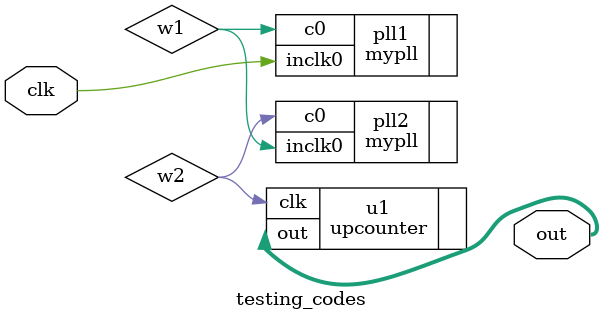
<source format=v>
module testing_codes(clk,out);

input clk;
output[7:0] out;
wire w1,w2;

mypll pll1(.inclk0(clk), .c0(w1));
mypll pll2(.inclk0(w1), .c0(w2));
upcounter u1(.clk(w2), .out(out));

endmodule

</source>
